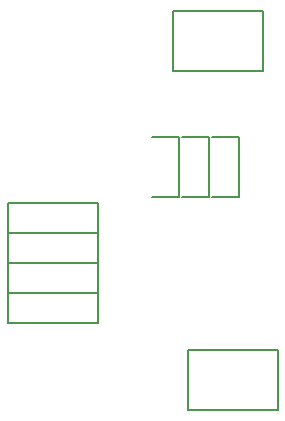
<source format=gbr>
%TF.GenerationSoftware,KiCad,Pcbnew,6.0.10+dfsg-1~bpo11+1*%
%TF.CreationDate,2023-02-15T20:23:38+00:00*%
%TF.ProjectId,AMUX01,414d5558-3031-42e6-9b69-6361645f7063,rev?*%
%TF.SameCoordinates,Original*%
%TF.FileFunction,Legend,Top*%
%TF.FilePolarity,Positive*%
%FSLAX46Y46*%
G04 Gerber Fmt 4.6, Leading zero omitted, Abs format (unit mm)*
G04 Created by KiCad (PCBNEW 6.0.10+dfsg-1~bpo11+1) date 2023-02-15 20:23:38*
%MOMM*%
%LPD*%
G01*
G04 APERTURE LIST*
%ADD10C,0.150000*%
G04 APERTURE END LIST*
D10*
%TO.C,J3*%
X7620000Y26162000D02*
X15240000Y26162000D01*
X15240000Y23622000D02*
X7620000Y23622000D01*
X15240000Y26162000D02*
X15240000Y23622000D01*
X7620000Y23622000D02*
X7620000Y26162000D01*
%TO.C,J6*%
X30480000Y13716000D02*
X30480000Y8636000D01*
X22860000Y8636000D02*
X22860000Y13716000D01*
X30480000Y8636000D02*
X22860000Y8636000D01*
X22860000Y13716000D02*
X30480000Y13716000D01*
%TO.C,J5*%
X7620000Y21082000D02*
X7620000Y23622000D01*
X15240000Y23622000D02*
X15240000Y21082000D01*
X15240000Y21082000D02*
X7620000Y21082000D01*
X7620000Y23622000D02*
X15240000Y23622000D01*
%TO.C,J1*%
X21590000Y42418000D02*
X29210000Y42418000D01*
X29210000Y37338000D02*
X21590000Y37338000D01*
X21590000Y37338000D02*
X21590000Y42418000D01*
X29210000Y42418000D02*
X29210000Y37338000D01*
%TO.C,J2*%
X15240000Y16002000D02*
X7620000Y16002000D01*
X7620000Y16002000D02*
X7620000Y18542000D01*
X15240000Y18542000D02*
X15240000Y16002000D01*
X7620000Y18542000D02*
X15240000Y18542000D01*
%TO.C,J4*%
X7620000Y21082000D02*
X15240000Y21082000D01*
X15240000Y21082000D02*
X15240000Y18542000D01*
X7620000Y18542000D02*
X7620000Y21082000D01*
X15240000Y18542000D02*
X7620000Y18542000D01*
%TO.C,J9*%
X24892000Y31750000D02*
X27178000Y31750000D01*
X27178000Y26670000D02*
X24892000Y26670000D01*
X27178000Y31750000D02*
X27178000Y26670000D01*
%TO.C,J7*%
X22098001Y31750000D02*
X22098001Y26670000D01*
X19812001Y31750000D02*
X22098001Y31750000D01*
X22098001Y26670000D02*
X19812001Y26670000D01*
%TO.C,J8*%
X24638000Y31750000D02*
X24638000Y26670000D01*
X22352000Y31750000D02*
X24638000Y31750000D01*
X24638000Y26670000D02*
X22352000Y26670000D01*
%TD*%
M02*

</source>
